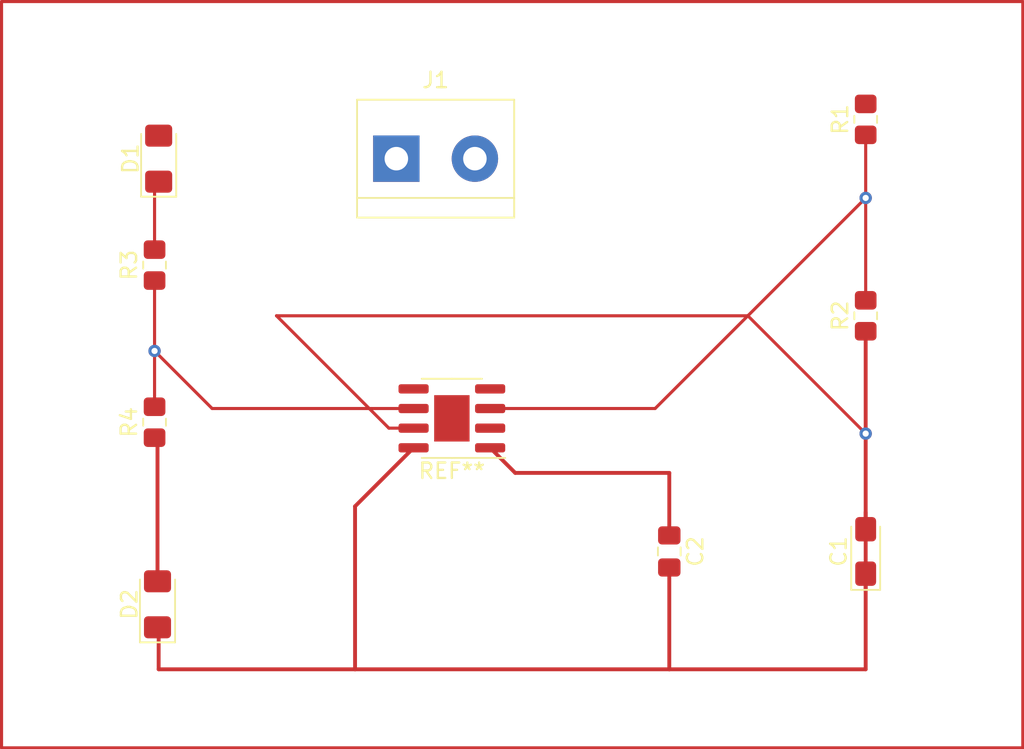
<source format=kicad_pcb>
(kicad_pcb (version 20211014) (generator pcbnew)
  (title_block (title "Lab 6"))
  (layers (0 "F.Cu" signal) (31 "B.Cu" signal) (34 "B.Paste" user) (35 "F.Paste" user) (36 "B.SilkS" user "B.Silkscreen") (37 "F.SilkS" user "F.Silkscreen") (38 "B.Mask" user) (39 "F.Mask" user) (44 "Edge.Cuts" user))
  (net 0 "")
  (footprint "Resistor_SMD:R_0805_2012Metric_Pad1.20x1.40mm_HandSolder" (layer "F.Cu") (at 190.5 116.84 90)
    (fp_text reference "R2" (at 0 -1.65 90) (layer "F.SilkS"))
    (fp_text value "R_0805_2012Metric_Pad1.20x1.40mm_HandSolder" hide)
    (fp_line (start -0.227064 -0.735) (end 0.227064 -0.735) (layer "F.SilkS") (width 0.12))
    (fp_line (start -0.227064 0.735) (end 0.227064 0.735) (layer "F.SilkS") (width 0.12))
    (pad "1" smd roundrect (at -1 0 90) (size 1.2 1.4) (layers "F.Cu" "F.Paste" "F.Mask") (roundrect_rratio 0.208333))
    (pad "2" smd roundrect (at 1 0 90) (size 1.2 1.4) (layers "F.Cu" "F.Paste" "F.Mask") (roundrect_rratio 0.208333))
  )
  (footprint "Resistor_SMD:R_0805_2012Metric_Pad1.20x1.40mm_HandSolder" (layer "F.Cu") (at 190.5 104.14 90)
    (fp_text reference "R1" (at 0 -1.65 90) (layer "F.SilkS"))
    (fp_text value "R_0805_2012Metric_Pad1.20x1.40mm_HandSolder" hide)
    (fp_line (start -0.227064 -0.735) (end 0.227064 -0.735) (layer "F.SilkS") (width 0.12))
    (fp_line (start -0.227064 0.735) (end 0.227064 0.735) (layer "F.SilkS") (width 0.12))
    (pad "1" smd roundrect (at -1 0 90) (size 1.2 1.4) (layers "F.Cu" "F.Paste" "F.Mask") (roundrect_rratio 0.208333))
    (pad "2" smd roundrect (at 1 0 90) (size 1.2 1.4) (layers "F.Cu" "F.Paste" "F.Mask") (roundrect_rratio 0.208333))
  )
  (footprint "LED_SMD:LED_1206_3216Metric_Pad1.42x1.75mm_HandSolder" (layer "F.Cu") (at 144.78 106.68 90)
    (fp_text reference "D1" (at 0 -1.82 90) (layer "F.SilkS"))
    (fp_text value "LED")
    (fp_line (start -2.46 -1.135) (end -2.46 1.135) (layer "F.SilkS") (width 0.12))
    (fp_line (start 1.6 -1.135) (end -2.46 -1.135) (layer "F.SilkS") (width 0.12))
    (fp_line (start -2.46 1.135) (end 1.6 1.135) (layer "F.SilkS") (width 0.12))
    (pad "1" smd roundrect (at -1.4875 0 90) (size 1.425 1.75) (layers "F.Cu" "F.Paste" "F.Mask") (roundrect_rratio 0.175439))
    (pad "2" smd roundrect (at 1.4875 0 90) (size 1.425 1.75) (layers "F.Cu" "F.Paste" "F.Mask") (roundrect_rratio 0.175439))
  )
  (footprint "Package_SO:SOIC-8-1EP_3.9x4.9mm_P1.27mm_EP2.29x3mm" (layer "F.Cu") (at 163.74 123.4725 180)
    (fp_text reference "REF**" (at 0 -3.4) (layer "F.SilkS"))
    (fp_text value "SOIC-8-1EP_3.9x4.9mm_P1.27mm_EP2.29x3mm" hide)
    (fp_line (start 0 2.56) (end 1.95 2.56) (layer "F.SilkS") (width 0.12))
    (fp_line (start 0 2.56) (end -1.95 2.56) (layer "F.SilkS") (width 0.12))
    (fp_line (start 0 -2.56) (end -3.45 -2.56) (layer "F.SilkS") (width 0.12))
    (fp_line (start 0 -2.56) (end 1.95 -2.56) (layer "F.SilkS") (width 0.12))
    (pad "1" smd roundrect (at 2.475 -1.905 180) (size 1.95 0.6) (layers "F.Cu" "F.Paste" "F.Mask"))
    (pad "2" smd roundrect (at 2.475 -0.635 180) (size 1.95 0.6) (layers "F.Cu" "F.Paste" "F.Mask"))
    (pad "3" smd roundrect (at 2.475 0.635 180) (size 1.95 0.6) (layers "F.Cu" "F.Paste" "F.Mask"))
    (pad "4" smd roundrect (at 2.475 1.905 180) (size 1.95 0.6) (layers "F.Cu" "F.Paste" "F.Mask"))
    (pad "5" smd roundrect (at -2.475 -1.905 180) (size 1.95 0.6) (layers "F.Cu" "F.Paste" "F.Mask"))
    (pad "6" smd roundrect (at -2.475 -0.635 180) (size 1.95 0.6) (layers "F.Cu" "F.Paste" "F.Mask"))
    (pad "7" smd roundrect (at -2.475 0.635 180) (size 1.95 0.6) (layers "F.Cu" "F.Paste" "F.Mask"))
    (pad "8" smd roundrect (at -2.475 1.905 180) (size 1.95 0.6) (layers "F.Cu" "F.Paste" "F.Mask"))
    (pad "9" smd rect (at 0 0 180) (size 2.29 3) (layers "F.Cu" "F.Mask"))
  )
  (footprint "Resistor_SMD:R_0805_2012Metric_Pad1.20x1.40mm_HandSolder" (layer "F.Cu") (at 144.515 123.7225 90)
    (fp_text reference "R4" (at 0 -1.65 90) (layer "F.SilkS"))
    (fp_text value "1K")
    (fp_line (start -0.227064 0.735) (end 0.227064 0.735) (layer "F.SilkS") (width 0.12))
    (fp_line (start -0.227064 -0.735) (end 0.227064 -0.735) (layer "F.SilkS") (width 0.12))
    (pad "1" smd roundrect (at -1 0 90) (size 1.2 1.4) (layers "F.Cu" "F.Paste" "F.Mask") (roundrect_rratio 0.208333))
    (pad "2" smd roundrect (at 1 0 90) (size 1.2 1.4) (layers "F.Cu" "F.Paste" "F.Mask") (roundrect_rratio 0.208333))
  )
  (footprint "TerminalBlock:TerminalBlock_bornier-2_P5.08mm" (layer "F.Cu") (at 160.15 106.68)
    (fp_text reference "J1" (at 2.54 -5.08) (layer "F.SilkS"))
    (fp_text value "9V")
    (fp_line (start -2.54 -3.81) (end -2.54 3.81) (layer "F.SilkS") (width 0.12))
    (fp_line (start -2.54 3.81) (end 7.62 3.81) (layer "F.SilkS") (width 0.12))
    (fp_line (start 7.62 -3.81) (end -2.54 -3.81) (layer "F.SilkS") (width 0.12))
    (fp_line (start 7.62 2.54) (end -2.54 2.54) (layer "F.SilkS") (width 0.12))
    (fp_line (start 7.62 3.81) (end 7.62 -3.81) (layer "F.SilkS") (width 0.12))
    (pad "1" thru_hole rect (at 0 0) (size 3 3) (drill 1.52) (layers *.Cu *.Mask))
    (pad "2" thru_hole circle (at 5.08 0) (size 3 3) (drill 1.52) (layers *.Cu *.Mask))
  )
  (footprint "LED_SMD:LED_1206_3216Metric_Pad1.42x1.75mm_HandSolder" (layer "F.Cu") (at 144.705 135.4975 90)
    (fp_text reference "D2" (at 0 -1.82 90) (layer "F.SilkS"))
    (fp_text value "LED")
    (fp_line (start -2.46 1.135) (end 1.6 1.135) (layer "F.SilkS") (width 0.12))
    (fp_line (start 1.6 -1.135) (end -2.46 -1.135) (layer "F.SilkS") (width 0.12))
    (fp_line (start -2.46 -1.135) (end -2.46 1.135) (layer "F.SilkS") (width 0.12))
    (pad "1" smd roundrect (at -1.4875 0 90) (size 1.425 1.75) (layers "F.Cu" "F.Paste" "F.Mask") (roundrect_rratio 0.175439))
    (pad "2" smd roundrect (at 1.4875 0 90) (size 1.425 1.75) (layers "F.Cu" "F.Paste" "F.Mask") (roundrect_rratio 0.175439))
  )
  (footprint "Resistor_SMD:R_0805_2012Metric_Pad1.20x1.40mm_HandSolder" (layer "F.Cu") (at 144.515 113.5625 90)
    (fp_text reference "R3" (at 0 -1.65 90) (layer "F.SilkS"))
    (fp_text value "LED" hide)
    (fp_line (start -0.227064 0.735) (end 0.227064 0.735) (layer "F.SilkS") (width 0.12))
    (fp_line (start -0.227064 -0.735) (end 0.227064 -0.735) (layer "F.SilkS") (width 0.12))
    (pad "1" smd roundrect (at -1 0 90) (size 1.2 1.4) (layers "F.Cu" "F.Paste" "F.Mask") (roundrect_rratio 0.208333))
    (pad "2" smd roundrect (at 1 0 90) (size 1.2 1.4) (layers "F.Cu" "F.Paste" "F.Mask") (roundrect_rratio 0.208333))
  )
  (footprint "Capacitor_SMD:C_0805_2012Metric_Pad1.18x1.45mm_HandSolder" (layer "F.Cu") (at 177.8 132.08 -90)
    (fp_text reference "C2" (at 0 -1.68 90) (layer "F.SilkS"))
    (fp_text value "C_0805_2012Metric_Pad1.18x1.45mm_HandSolder" hide)
    (fp_line (start -0.261252 -0.735) (end 0.261252 -0.735) (layer "F.SilkS") (width 0.12))
    (fp_line (start -0.261252 0.735) (end 0.261252 0.735) (layer "F.SilkS") (width 0.12))
    (pad "1" smd roundrect (at -1.0375 0 270) (size 1.175 1.45) (layers "F.Cu" "F.Paste" "F.Mask") (roundrect_rratio 0.212766))
    (pad "2" smd roundrect (at 1.0375 0 270) (size 1.175 1.45) (layers "F.Cu" "F.Paste" "F.Mask") (roundrect_rratio 0.212766))
  )
  (footprint "Capacitor_Tantalum_SMD:CP_EIA-3216-18_Kemet-A_Pad1.58x1.35mm_HandSolder" (layer "F.Cu") (at 190.5 132.08 90)
    (fp_text reference "C1" (at 0 -1.75 90) (layer "F.SilkS"))
    (fp_text value "CP_EIA-3216-18_Kemet-A_Pad1.58x1.35mm_HandSolder" hide)
    (fp_line (start -2.485 0.935) (end 1.6 0.935) (layer "F.SilkS") (width 0.12))
    (fp_line (start -2.485 -0.935) (end -2.485 0.935) (layer "F.SilkS") (width 0.12))
    (fp_line (start 1.6 -0.935) (end -2.485 -0.935) (layer "F.SilkS") (width 0.12))
    (pad "1" smd roundrect (at -1.4375 0 90) (size 1.575 1.35) (layers "F.Cu" "F.Paste" "F.Mask") (roundrect_rratio 0.185185))
    (pad "2" smd roundrect (at 1.4375 0 90) (size 1.575 1.35) (layers "F.Cu" "F.Paste" "F.Mask") (roundrect_rratio 0.185185))
  )
  (gr_line (start 134.62 144.78) (end 134.62 96.52) (layer "F.Cu") (width 0.2))
  (gr_line (start 200.66 144.78) (end 134.62 144.78) (layer "F.Cu") (width 0.2))
  (gr_line (start 200.66 96.52) (end 200.66 144.78) (layer "F.Cu") (width 0.2))
  (gr_line (start 134.62 96.52) (end 200.66 96.52) (layer "F.Cu") (width 0.2))
  (segment (start 190.5 109.22) (end 190.5 115.84) (width 0.2) (layer "F.Cu") (net 0))
  (segment (start 176.8825 122.8375) (end 166.215 122.8375) (width 0.2) (layer "F.Cu") (net 0))
  (segment (start 161.265 124.1075) (end 159.6675 124.1075) (width 0.2) (layer "F.Cu") (net 0))
  (segment (start 190.5 134.62) (end 190.5 129.54) (width 0.25) (layer "F.Cu") (net 0))
  (segment (start 190.5 124.46) (end 190.5 117.84) (width 0.25) (layer "F.Cu") (net 0))
  (segment (start 161.265 125.3775) (end 157.48 129.1625) (width 0.25) (layer "F.Cu") (net 0))
  (segment (start 144.515 119.115) (end 148.2375 122.8375) (width 0.2) (layer "F.Cu") (net 0))
  (segment (start 144.515 119.115) (end 144.515 114.5625) (width 0.2) (layer "F.Cu") (net 0))
  (segment (start 190.5 139.7) (end 190.5 133.5175) (width 0.25) (layer "F.Cu") (net 0))
  (segment (start 167.8375 127) (end 177.8 127) (width 0.25) (layer "F.Cu") (net 0))
  (segment (start 190.5 105.14) (end 190.5 109.22) (width 0.2) (layer "F.Cu") (net 0))
  (segment (start 157.48 129.1625) (end 157.48 139.7) (width 0.25) (layer "F.Cu") (net 0))
  (segment (start 166.215 125.3775) (end 167.8375 127) (width 0.25) (layer "F.Cu") (net 0))
  (segment (start 177.8 139.7) (end 177.8 133.1175) (width 0.25) (layer "F.Cu") (net 0))
  (segment (start 190.5 109.22) (end 176.8825 122.8375) (width 0.2) (layer "F.Cu") (net 0))
  (segment (start 190.5 139.7) (end 177.8 139.7) (width 0.25) (layer "F.Cu") (net 0))
  (segment (start 177.8 127) (end 177.8 131.0425) (width 0.25) (layer "F.Cu") (net 0))
  (segment (start 144.515 112.5625) (end 144.515 108.4325) (width 0.2) (layer "F.Cu") (net 0))
  (segment (start 159.6675 124.1075) (end 152.4 116.84) (width 0.2) (layer "F.Cu") (net 0))
  (segment (start 144.515 108.4325) (end 144.78 108.1675) (width 0.2) (layer "F.Cu") (net 0))
  (segment (start 144.705 124.9125) (end 144.515 124.7225) (width 0.25) (layer "F.Cu") (net 0))
  (segment (start 144.515 122.7225) (end 144.515 119.115) (width 0.2) (layer "F.Cu") (net 0))
  (segment (start 148.2375 122.8375) (end 161.265 122.8375) (width 0.2) (layer "F.Cu") (net 0))
  (segment (start 144.78 139.7) (end 144.78 137.06) (width 0.25) (layer "F.Cu") (net 0))
  (segment (start 190.5 130.6425) (end 190.5 124.46) (width 0.25) (layer "F.Cu") (net 0))
  (segment (start 177.8 139.7) (end 157.48 139.7) (width 0.25) (layer "F.Cu") (net 0))
  (segment (start 182.88 116.84) (end 190.5 124.46) (width 0.2) (layer "F.Cu") (net 0))
  (segment (start 144.705 134.01) (end 144.705 124.9125) (width 0.25) (layer "F.Cu") (net 0))
  (segment (start 152.4 116.84) (end 182.88 116.84) (width 0.2) (layer "F.Cu") (net 0))
  (segment (start 144.78 137.06) (end 144.705 136.985) (width 0.25) (layer "F.Cu") (net 0))
  (segment (start 157.48 139.7) (end 144.78 139.7) (width 0.25) (layer "F.Cu") (net 0))
  (via (at 190.5 124.46) (size 0.8) (drill 0.4) (layers "F.Cu" "B.Cu") (net 0))
  (via (at 144.515 119.115) (size 0.8) (drill 0.4) (layers "F.Cu" "B.Cu") (net 0))
  (via (at 190.5 109.22) (size 0.8) (drill 0.4) (layers "F.Cu" "B.Cu") (net 0))
)
</source>
